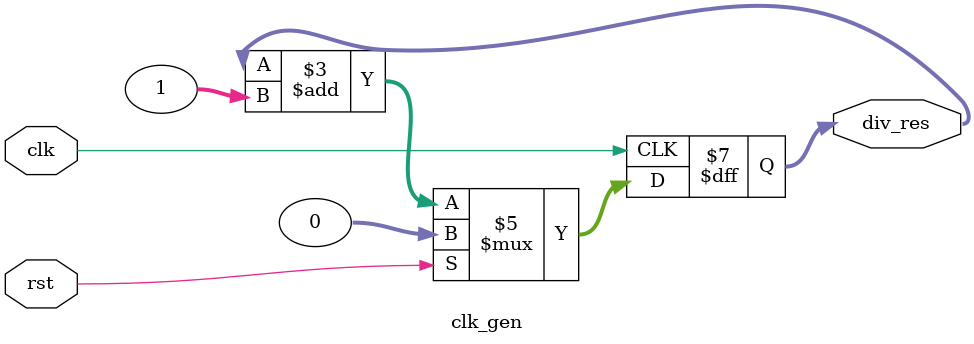
<source format=v>
module clk_gen(
  input clk,
  input rst,
  output reg [31:0] div_res
);
always @(posedge clk) begin
  if (rst == 1'b1) begin
    div_res <= 32'b0;
  end else begin
    div_res <= div_res + 32'b1;
  end
end
endmodule//time division

</source>
